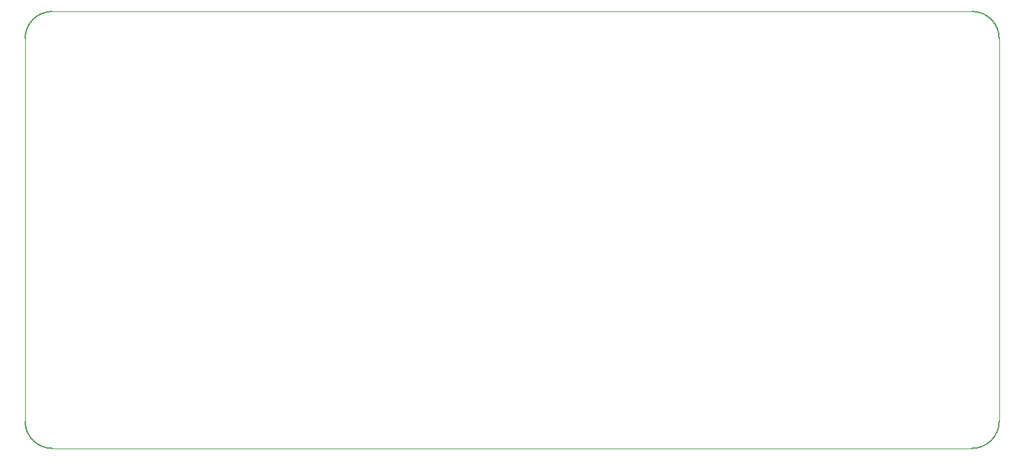
<source format=gm1>
G04 #@! TF.GenerationSoftware,KiCad,Pcbnew,8.0.6*
G04 #@! TF.CreationDate,2025-05-06T21:58:27+02:00*
G04 #@! TF.ProjectId,VCU2.0,56435532-2e30-42e6-9b69-6361645f7063,rev?*
G04 #@! TF.SameCoordinates,Original*
G04 #@! TF.FileFunction,Profile,NP*
%FSLAX46Y46*%
G04 Gerber Fmt 4.6, Leading zero omitted, Abs format (unit mm)*
G04 Created by KiCad (PCBNEW 8.0.6) date 2025-05-06 21:58:27*
%MOMM*%
%LPD*%
G01*
G04 APERTURE LIST*
G04 #@! TA.AperFunction,Profile*
%ADD10C,0.100000*%
G04 #@! TD*
G04 #@! TA.AperFunction,Profile*
%ADD11C,0.200000*%
G04 #@! TD*
G04 APERTURE END LIST*
D10*
X162560000Y-110490000D02*
X162560000Y-164465000D01*
X29210000Y-106680000D02*
X158750000Y-106680000D01*
D11*
X162560000Y-164465000D02*
G75*
G02*
X158750000Y-168275000I-3810000J0D01*
G01*
X158750000Y-106680000D02*
G75*
G02*
X162560000Y-110490000I0J-3810000D01*
G01*
X29210000Y-168275000D02*
G75*
G02*
X25400000Y-164465000I0J3810000D01*
G01*
X25400000Y-110490000D02*
G75*
G02*
X29210000Y-106680000I3810000J0D01*
G01*
D10*
X158750000Y-168275000D02*
X29210000Y-168275000D01*
X25400000Y-164465000D02*
X25400000Y-110490000D01*
M02*

</source>
